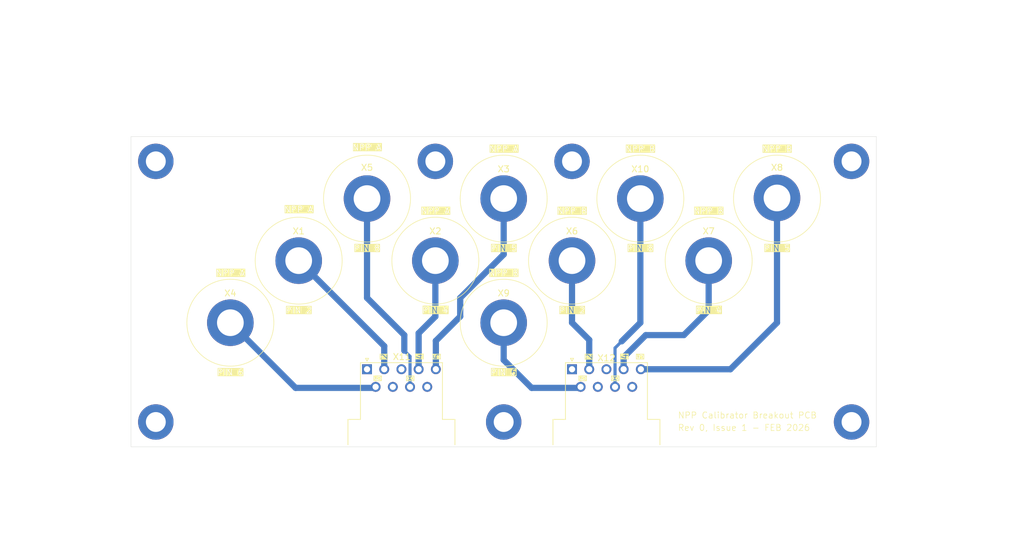
<source format=kicad_pcb>
(kicad_pcb (version 20240108) (generator "pcbnew") (generator_version "8.0")
  (layers (0 "F.Cu" signal) (31 "B.Cu" signal) (34 "B.Paste" user) (35 "F.Paste" user) (36 "B.SilkS" user "B.Silkscreen") (37 "F.SilkS" user "F.Silkscreen") (38 "B.Mask" user) (39 "F.Mask" user) (44 "Edge.Cuts" user))
  (net 0 "")
  (net 1 "/A5")
  (net 2 "/A4")
  (net 3 "/A8")
  (net 4 "/A2")
  (net 5 "/A6")
  (net 6 "/B5")
  (net 7 "/B4")
  (net 8 "/B8")
  (net 9 "/B2")
  (net 10 "/B6")
  (footprint "MountingHole:MountingHole_3.2mm_M3_ISO7380_Pad" (layer "F.Cu") (at 100 116)
    (property "Reference" "H5" (hide yes))
    (property "Value" "M3")
    (pad "1" thru_hole circle (at 0 0) (size 5.7 5.7) (drill 3.2) (layers "*.Cu" "*.Mask" "In1.Cu" "In2.Cu" "In3.Cu" "In4.Cu" "In5.Cu" "In6.Cu" "In7.Cu" "In8.Cu" "In9.Cu" "In10.Cu" "In11.Cu" "In12.Cu" "In13.Cu" "In14.Cu" "In15.Cu" "In16.Cu" "In17.Cu" "In18.Cu" "In19.Cu" "In20.Cu" "In21.Cu" "In22.Cu" "In23.Cu" "In24.Cu" "In25.Cu" "In26.Cu" "In27.Cu" "In28.Cu" "In29.Cu" "In30.Cu"))
  )
  (footprint "MountingHole:MountingHole_3.2mm_M3_ISO7380_Pad" (layer "F.Cu") (at 44 116)
    (property "Reference" "H3" (hide yes))
    (property "Value" "M3")
    (pad "1" thru_hole circle (at 0 0) (size 5.7 5.7) (drill 3.2) (layers "*.Cu" "*.Mask" "In1.Cu" "In2.Cu" "In3.Cu" "In4.Cu" "In5.Cu" "In6.Cu" "In7.Cu" "In8.Cu" "In9.Cu" "In10.Cu" "In11.Cu" "In12.Cu" "In13.Cu" "In14.Cu" "In15.Cu" "In16.Cu" "In17.Cu" "In18.Cu" "In19.Cu" "In20.Cu" "In21.Cu" "In22.Cu" "In23.Cu" "In24.Cu" "In25.Cu" "In26.Cu" "In27.Cu" "In28.Cu" "In29.Cu" "In30.Cu"))
  )
  (footprint "MountingHole:MountingHole_3.2mm_M3_ISO7380_Pad" (layer "F.Cu") (at 89 74)
    (property "Reference" "H6" (hide yes))
    (property "Value" "M3")
    (pad "1" thru_hole circle (at 0 0) (size 5.7 5.7) (drill 3.2) (layers "*.Cu" "*.Mask" "In1.Cu" "In2.Cu" "In3.Cu" "In4.Cu" "In5.Cu" "In6.Cu" "In7.Cu" "In8.Cu" "In9.Cu" "In10.Cu" "In11.Cu" "In12.Cu" "In13.Cu" "In14.Cu" "In15.Cu" "In16.Cu" "In17.Cu" "In18.Cu" "In19.Cu" "In20.Cu" "In21.Cu" "In22.Cu" "In23.Cu" "In24.Cu" "In25.Cu" "In26.Cu" "In27.Cu" "In28.Cu" "In29.Cu" "In30.Cu"))
  )
  (footprint "MountingHole:MountingHole_4.3mm_M4_DIN965_Pad" (layer "F.Cu") (at 122 80)
    (property "Reference" "X10" (at 0 -4.75 0) (layer "F.SilkS"))
    (property "Value" "930103104")
    (pad "1" thru_hole circle (at 0 0) (size 7.5 7.5) (drill 4.3) (layers "*.Cu" "*.Mask" "In1.Cu" "In2.Cu" "In3.Cu" "In4.Cu" "In5.Cu" "In6.Cu" "In7.Cu" "In8.Cu" "In9.Cu" "In10.Cu" "In11.Cu" "In12.Cu" "In13.Cu" "In14.Cu" "In15.Cu" "In16.Cu" "In17.Cu" "In18.Cu" "In19.Cu" "In20.Cu" "In21.Cu" "In22.Cu" "In23.Cu" "In24.Cu" "In25.Cu" "In26.Cu" "In27.Cu" "In28.Cu" "In29.Cu" "In30.Cu") (net 8 "/B8"))
  )
  (footprint "Connector_Dsub:DSUB-9_Male_Horizontal_P2.77x2.84mm_EdgePinOffset9.40mm" (layer "F.Cu") (at 111 107.5)
    (property "Reference" "X12" (at 5.54 -1.8 0) (layer "F.SilkS"))
    (property "Value" "528-3654")
    (fp_line (start -3.07 8.08) (end -1.06 8.08) (stroke (width 0.12)) (layer "F.SilkS"))
    (fp_line (start -3.07 12.18) (end -3.07 8.08) (stroke (width 0.12)) (layer "F.SilkS"))
    (fp_line (start -1.06 -1.06) (end 12.14 -1.06) (stroke (width 0.12)) (layer "F.SilkS"))
    (fp_line (start -1.06 8.08) (end -1.06 -1.06) (stroke (width 0.12)) (layer "F.SilkS"))
    (fp_line (start -0.25 -1.754338) (end 0.25 -1.754338) (stroke (width 0.12)) (layer "F.SilkS"))
    (fp_line (start 0 -1.321325) (end -0.25 -1.754338) (stroke (width 0.12)) (layer "F.SilkS"))
    (fp_line (start 0.25 -1.754338) (end 0 -1.321325) (stroke (width 0.12)) (layer "F.SilkS"))
    (fp_line (start 12.14 -1.06) (end 12.14 8.08) (stroke (width 0.12)) (layer "F.SilkS"))
    (fp_line (start 12.14 8.08) (end 14.15 8.08) (stroke (width 0.12)) (layer "F.SilkS"))
    (fp_line (start 14.15 8.08) (end 14.15 12.18) (stroke (width 0.12)) (layer "F.SilkS"))
    (pad "1" thru_hole rect (at 0 0) (size 1.6 1.6) (drill 1) (layers "*.Cu" "*.Mask" "In1.Cu" "In2.Cu" "In3.Cu" "In4.Cu" "In5.Cu" "In6.Cu" "In7.Cu" "In8.Cu" "In9.Cu" "In10.Cu" "In11.Cu" "In12.Cu" "In13.Cu" "In14.Cu" "In15.Cu" "In16.Cu" "In17.Cu" "In18.Cu" "In19.Cu" "In20.Cu" "In21.Cu" "In22.Cu" "In23.Cu" "In24.Cu" "In25.Cu" "In26.Cu" "In27.Cu" "In28.Cu" "In29.Cu" "In30.Cu"))
    (pad "2" thru_hole circle (at 2.77 0) (size 1.6 1.6) (drill 1) (layers "*.Cu" "*.Mask" "In1.Cu" "In2.Cu" "In3.Cu" "In4.Cu" "In5.Cu" "In6.Cu" "In7.Cu" "In8.Cu" "In9.Cu" "In10.Cu" "In11.Cu" "In12.Cu" "In13.Cu" "In14.Cu" "In15.Cu" "In16.Cu" "In17.Cu" "In18.Cu" "In19.Cu" "In20.Cu" "In21.Cu" "In22.Cu" "In23.Cu" "In24.Cu" "In25.Cu" "In26.Cu" "In27.Cu" "In28.Cu" "In29.Cu" "In30.Cu") (net 9 "/B2"))
    (pad "3" thru_hole circle (at 5.54 0) (size 1.6 1.6) (drill 1) (layers "*.Cu" "*.Mask" "In1.Cu" "In2.Cu" "In3.Cu" "In4.Cu" "In5.Cu" "In6.Cu" "In7.Cu" "In8.Cu" "In9.Cu" "In10.Cu" "In11.Cu" "In12.Cu" "In13.Cu" "In14.Cu" "In15.Cu" "In16.Cu" "In17.Cu" "In18.Cu" "In19.Cu" "In20.Cu" "In21.Cu" "In22.Cu" "In23.Cu" "In24.Cu" "In25.Cu" "In26.Cu" "In27.Cu" "In28.Cu" "In29.Cu" "In30.Cu"))
    (pad "4" thru_hole circle (at 8.31 0) (size 1.6 1.6) (drill 1) (layers "*.Cu" "*.Mask" "In1.Cu" "In2.Cu" "In3.Cu" "In4.Cu" "In5.Cu" "In6.Cu" "In7.Cu" "In8.Cu" "In9.Cu" "In10.Cu" "In11.Cu" "In12.Cu" "In13.Cu" "In14.Cu" "In15.Cu" "In16.Cu" "In17.Cu" "In18.Cu" "In19.Cu" "In20.Cu" "In21.Cu" "In22.Cu" "In23.Cu" "In24.Cu" "In25.Cu" "In26.Cu" "In27.Cu" "In28.Cu" "In29.Cu" "In30.Cu") (net 7 "/B4"))
    (pad "5" thru_hole circle (at 11.08 0) (size 1.6 1.6) (drill 1) (layers "*.Cu" "*.Mask" "In1.Cu" "In2.Cu" "In3.Cu" "In4.Cu" "In5.Cu" "In6.Cu" "In7.Cu" "In8.Cu" "In9.Cu" "In10.Cu" "In11.Cu" "In12.Cu" "In13.Cu" "In14.Cu" "In15.Cu" "In16.Cu" "In17.Cu" "In18.Cu" "In19.Cu" "In20.Cu" "In21.Cu" "In22.Cu" "In23.Cu" "In24.Cu" "In25.Cu" "In26.Cu" "In27.Cu" "In28.Cu" "In29.Cu" "In30.Cu") (net 6 "/B5"))
    (pad "6" thru_hole circle (at 1.385 2.84) (size 1.6 1.6) (drill 1) (layers "*.Cu" "*.Mask" "In1.Cu" "In2.Cu" "In3.Cu" "In4.Cu" "In5.Cu" "In6.Cu" "In7.Cu" "In8.Cu" "In9.Cu" "In10.Cu" "In11.Cu" "In12.Cu" "In13.Cu" "In14.Cu" "In15.Cu" "In16.Cu" "In17.Cu" "In18.Cu" "In19.Cu" "In20.Cu" "In21.Cu" "In22.Cu" "In23.Cu" "In24.Cu" "In25.Cu" "In26.Cu" "In27.Cu" "In28.Cu" "In29.Cu" "In30.Cu") (net 10 "/B6"))
    (pad "7" thru_hole circle (at 4.155 2.84) (size 1.6 1.6) (drill 1) (layers "*.Cu" "*.Mask" "In1.Cu" "In2.Cu" "In3.Cu" "In4.Cu" "In5.Cu" "In6.Cu" "In7.Cu" "In8.Cu" "In9.Cu" "In10.Cu" "In11.Cu" "In12.Cu" "In13.Cu" "In14.Cu" "In15.Cu" "In16.Cu" "In17.Cu" "In18.Cu" "In19.Cu" "In20.Cu" "In21.Cu" "In22.Cu" "In23.Cu" "In24.Cu" "In25.Cu" "In26.Cu" "In27.Cu" "In28.Cu" "In29.Cu" "In30.Cu"))
    (pad "8" thru_hole circle (at 6.925 2.84) (size 1.6 1.6) (drill 1) (layers "*.Cu" "*.Mask" "In1.Cu" "In2.Cu" "In3.Cu" "In4.Cu" "In5.Cu" "In6.Cu" "In7.Cu" "In8.Cu" "In9.Cu" "In10.Cu" "In11.Cu" "In12.Cu" "In13.Cu" "In14.Cu" "In15.Cu" "In16.Cu" "In17.Cu" "In18.Cu" "In19.Cu" "In20.Cu" "In21.Cu" "In22.Cu" "In23.Cu" "In24.Cu" "In25.Cu" "In26.Cu" "In27.Cu" "In28.Cu" "In29.Cu" "In30.Cu") (net 8 "/B8"))
    (pad "9" thru_hole circle (at 9.695 2.84) (size 1.6 1.6) (drill 1) (layers "*.Cu" "*.Mask" "In1.Cu" "In2.Cu" "In3.Cu" "In4.Cu" "In5.Cu" "In6.Cu" "In7.Cu" "In8.Cu" "In9.Cu" "In10.Cu" "In11.Cu" "In12.Cu" "In13.Cu" "In14.Cu" "In15.Cu" "In16.Cu" "In17.Cu" "In18.Cu" "In19.Cu" "In20.Cu" "In21.Cu" "In22.Cu" "In23.Cu" "In24.Cu" "In25.Cu" "In26.Cu" "In27.Cu" "In28.Cu" "In29.Cu" "In30.Cu"))
  )
  (footprint "MountingHole:MountingHole_4.3mm_M4_DIN965_Pad" (layer "F.Cu") (at 67 90)
    (property "Reference" "X1" (at 0 -4.75 0) (layer "F.SilkS"))
    (property "Value" "930103100")
    (pad "1" thru_hole circle (at 0 0) (size 7.5 7.5) (drill 4.3) (layers "*.Cu" "*.Mask" "In1.Cu" "In2.Cu" "In3.Cu" "In4.Cu" "In5.Cu" "In6.Cu" "In7.Cu" "In8.Cu" "In9.Cu" "In10.Cu" "In11.Cu" "In12.Cu" "In13.Cu" "In14.Cu" "In15.Cu" "In16.Cu" "In17.Cu" "In18.Cu" "In19.Cu" "In20.Cu" "In21.Cu" "In22.Cu" "In23.Cu" "In24.Cu" "In25.Cu" "In26.Cu" "In27.Cu" "In28.Cu" "In29.Cu" "In30.Cu") (net 4 "/A2"))
  )
  (footprint "MountingHole:MountingHole_3.2mm_M3_ISO7380_Pad" (layer "F.Cu") (at 156 74)
    (property "Reference" "H1" (hide yes))
    (property "Value" "M3")
    (pad "1" thru_hole circle (at 0 0) (size 5.7 5.7) (drill 3.2) (layers "*.Cu" "*.Mask" "In1.Cu" "In2.Cu" "In3.Cu" "In4.Cu" "In5.Cu" "In6.Cu" "In7.Cu" "In8.Cu" "In9.Cu" "In10.Cu" "In11.Cu" "In12.Cu" "In13.Cu" "In14.Cu" "In15.Cu" "In16.Cu" "In17.Cu" "In18.Cu" "In19.Cu" "In20.Cu" "In21.Cu" "In22.Cu" "In23.Cu" "In24.Cu" "In25.Cu" "In26.Cu" "In27.Cu" "In28.Cu" "In29.Cu" "In30.Cu"))
  )
  (footprint "MountingHole:MountingHole_3.2mm_M3_ISO7380_Pad" (layer "F.Cu") (at 44 74)
    (property "Reference" "H4" (hide yes))
    (property "Value" "M3")
    (pad "1" thru_hole circle (at 0 0) (size 5.7 5.7) (drill 3.2) (layers "*.Cu" "*.Mask" "In1.Cu" "In2.Cu" "In3.Cu" "In4.Cu" "In5.Cu" "In6.Cu" "In7.Cu" "In8.Cu" "In9.Cu" "In10.Cu" "In11.Cu" "In12.Cu" "In13.Cu" "In14.Cu" "In15.Cu" "In16.Cu" "In17.Cu" "In18.Cu" "In19.Cu" "In20.Cu" "In21.Cu" "In22.Cu" "In23.Cu" "In24.Cu" "In25.Cu" "In26.Cu" "In27.Cu" "In28.Cu" "In29.Cu" "In30.Cu"))
  )
  (footprint "MountingHole:MountingHole_4.3mm_M4_DIN965_Pad" (layer "F.Cu") (at 100 100)
    (property "Reference" "X9" (at 0 -4.75 0) (layer "F.SilkS"))
    (property "Value" "930103103")
    (pad "1" thru_hole circle (at 0 0) (size 7.5 7.5) (drill 4.3) (layers "*.Cu" "*.Mask" "In1.Cu" "In2.Cu" "In3.Cu" "In4.Cu" "In5.Cu" "In6.Cu" "In7.Cu" "In8.Cu" "In9.Cu" "In10.Cu" "In11.Cu" "In12.Cu" "In13.Cu" "In14.Cu" "In15.Cu" "In16.Cu" "In17.Cu" "In18.Cu" "In19.Cu" "In20.Cu" "In21.Cu" "In22.Cu" "In23.Cu" "In24.Cu" "In25.Cu" "In26.Cu" "In27.Cu" "In28.Cu" "In29.Cu" "In30.Cu") (net 10 "/B6"))
  )
  (footprint "MountingHole:MountingHole_4.3mm_M4_DIN965_Pad" (layer "F.Cu") (at 89 90)
    (property "Reference" "X2" (at 0 -4.75 0) (layer "F.SilkS"))
    (property "Value" "930103101")
    (pad "1" thru_hole circle (at 0 0) (size 7.5 7.5) (drill 4.3) (layers "*.Cu" "*.Mask" "In1.Cu" "In2.Cu" "In3.Cu" "In4.Cu" "In5.Cu" "In6.Cu" "In7.Cu" "In8.Cu" "In9.Cu" "In10.Cu" "In11.Cu" "In12.Cu" "In13.Cu" "In14.Cu" "In15.Cu" "In16.Cu" "In17.Cu" "In18.Cu" "In19.Cu" "In20.Cu" "In21.Cu" "In22.Cu" "In23.Cu" "In24.Cu" "In25.Cu" "In26.Cu" "In27.Cu" "In28.Cu" "In29.Cu" "In30.Cu") (net 2 "/A4"))
  )
  (footprint "MountingHole:MountingHole_4.3mm_M4_DIN965_Pad" (layer "F.Cu") (at 133 90)
    (property "Reference" "X7" (at 0 -4.75 0) (layer "F.SilkS"))
    (property "Value" "930103101")
    (pad "1" thru_hole circle (at 0 0) (size 7.5 7.5) (drill 4.3) (layers "*.Cu" "*.Mask" "In1.Cu" "In2.Cu" "In3.Cu" "In4.Cu" "In5.Cu" "In6.Cu" "In7.Cu" "In8.Cu" "In9.Cu" "In10.Cu" "In11.Cu" "In12.Cu" "In13.Cu" "In14.Cu" "In15.Cu" "In16.Cu" "In17.Cu" "In18.Cu" "In19.Cu" "In20.Cu" "In21.Cu" "In22.Cu" "In23.Cu" "In24.Cu" "In25.Cu" "In26.Cu" "In27.Cu" "In28.Cu" "In29.Cu" "In30.Cu") (net 7 "/B4"))
  )
  (footprint "MountingHole:MountingHole_4.3mm_M4_DIN965_Pad" (layer "F.Cu") (at 56 100)
    (property "Reference" "X4" (at 0 -4.75 0) (layer "F.SilkS"))
    (property "Value" "930103103")
    (pad "1" thru_hole circle (at 0 0) (size 7.5 7.5) (drill 4.3) (layers "*.Cu" "*.Mask" "In1.Cu" "In2.Cu" "In3.Cu" "In4.Cu" "In5.Cu" "In6.Cu" "In7.Cu" "In8.Cu" "In9.Cu" "In10.Cu" "In11.Cu" "In12.Cu" "In13.Cu" "In14.Cu" "In15.Cu" "In16.Cu" "In17.Cu" "In18.Cu" "In19.Cu" "In20.Cu" "In21.Cu" "In22.Cu" "In23.Cu" "In24.Cu" "In25.Cu" "In26.Cu" "In27.Cu" "In28.Cu" "In29.Cu" "In30.Cu") (net 5 "/A6"))
  )
  (footprint "MountingHole:MountingHole_4.3mm_M4_DIN965_Pad" (layer "F.Cu") (at 111 90)
    (property "Reference" "X6" (at 0 -4.75 0) (layer "F.SilkS"))
    (property "Value" "930103100")
    (pad "1" thru_hole circle (at 0 0) (size 7.5 7.5) (drill 4.3) (layers "*.Cu" "*.Mask" "In1.Cu" "In2.Cu" "In3.Cu" "In4.Cu" "In5.Cu" "In6.Cu" "In7.Cu" "In8.Cu" "In9.Cu" "In10.Cu" "In11.Cu" "In12.Cu" "In13.Cu" "In14.Cu" "In15.Cu" "In16.Cu" "In17.Cu" "In18.Cu" "In19.Cu" "In20.Cu" "In21.Cu" "In22.Cu" "In23.Cu" "In24.Cu" "In25.Cu" "In26.Cu" "In27.Cu" "In28.Cu" "In29.Cu" "In30.Cu") (net 9 "/B2"))
  )
  (footprint "MountingHole:MountingHole_4.3mm_M4_DIN965_Pad" (layer "F.Cu") (at 78 80)
    (property "Reference" "X5" (at 0 -5 0) (layer "F.SilkS"))
    (property "Value" "930103104")
    (pad "1" thru_hole circle (at 0 0) (size 7.5 7.5) (drill 4.3) (layers "*.Cu" "*.Mask" "In1.Cu" "In2.Cu" "In3.Cu" "In4.Cu" "In5.Cu" "In6.Cu" "In7.Cu" "In8.Cu" "In9.Cu" "In10.Cu" "In11.Cu" "In12.Cu" "In13.Cu" "In14.Cu" "In15.Cu" "In16.Cu" "In17.Cu" "In18.Cu" "In19.Cu" "In20.Cu" "In21.Cu" "In22.Cu" "In23.Cu" "In24.Cu" "In25.Cu" "In26.Cu" "In27.Cu" "In28.Cu" "In29.Cu" "In30.Cu") (net 3 "/A8"))
  )
  (footprint "MountingHole:MountingHole_4.3mm_M4_DIN965_Pad" (layer "F.Cu") (at 144 79.9)
    (property "Reference" "X8" (at 0 -4.9 0) (layer "F.SilkS"))
    (property "Value" "930103102")
    (pad "1" thru_hole circle (at 0 0) (size 7.5 7.5) (drill 4.3) (layers "*.Cu" "*.Mask" "In1.Cu" "In2.Cu" "In3.Cu" "In4.Cu" "In5.Cu" "In6.Cu" "In7.Cu" "In8.Cu" "In9.Cu" "In10.Cu" "In11.Cu" "In12.Cu" "In13.Cu" "In14.Cu" "In15.Cu" "In16.Cu" "In17.Cu" "In18.Cu" "In19.Cu" "In20.Cu" "In21.Cu" "In22.Cu" "In23.Cu" "In24.Cu" "In25.Cu" "In26.Cu" "In27.Cu" "In28.Cu" "In29.Cu" "In30.Cu") (net 6 "/B5"))
  )
  (footprint "MountingHole:MountingHole_3.2mm_M3_ISO7380_Pad" (layer "F.Cu") (at 111 74)
    (property "Reference" "H7" (hide yes))
    (property "Value" "M3")
    (pad "1" thru_hole circle (at 0 0) (size 5.7 5.7) (drill 3.2) (layers "*.Cu" "*.Mask" "In1.Cu" "In2.Cu" "In3.Cu" "In4.Cu" "In5.Cu" "In6.Cu" "In7.Cu" "In8.Cu" "In9.Cu" "In10.Cu" "In11.Cu" "In12.Cu" "In13.Cu" "In14.Cu" "In15.Cu" "In16.Cu" "In17.Cu" "In18.Cu" "In19.Cu" "In20.Cu" "In21.Cu" "In22.Cu" "In23.Cu" "In24.Cu" "In25.Cu" "In26.Cu" "In27.Cu" "In28.Cu" "In29.Cu" "In30.Cu"))
  )
  (footprint "Connector_Dsub:DSUB-9_Male_Horizontal_P2.77x2.84mm_EdgePinOffset9.40mm" (layer "F.Cu") (at 78 107.5)
    (property "Reference" "X11" (at 5.6 -2 0) (layer "F.SilkS"))
    (property "Value" "528-3654")
    (fp_line (start -3.07 8.08) (end -1.06 8.08) (stroke (width 0.12)) (layer "F.SilkS"))
    (fp_line (start -3.07 12.18) (end -3.07 8.08) (stroke (width 0.12)) (layer "F.SilkS"))
    (fp_line (start -1.06 -1.06) (end 12.14 -1.06) (stroke (width 0.12)) (layer "F.SilkS"))
    (fp_line (start -1.06 8.08) (end -1.06 -1.06) (stroke (width 0.12)) (layer "F.SilkS"))
    (fp_line (start -0.25 -1.754338) (end 0.25 -1.754338) (stroke (width 0.12)) (layer "F.SilkS"))
    (fp_line (start 0 -1.321325) (end -0.25 -1.754338) (stroke (width 0.12)) (layer "F.SilkS"))
    (fp_line (start 0.25 -1.754338) (end 0 -1.321325) (stroke (width 0.12)) (layer "F.SilkS"))
    (fp_line (start 12.14 -1.06) (end 12.14 8.08) (stroke (width 0.12)) (layer "F.SilkS"))
    (fp_line (start 12.14 8.08) (end 14.15 8.08) (stroke (width 0.12)) (layer "F.SilkS"))
    (fp_line (start 14.15 8.08) (end 14.15 12.18) (stroke (width 0.12)) (layer "F.SilkS"))
    (pad "1" thru_hole rect (at 0 0) (size 1.6 1.6) (drill 1) (layers "*.Cu" "*.Mask" "In1.Cu" "In2.Cu" "In3.Cu" "In4.Cu" "In5.Cu" "In6.Cu" "In7.Cu" "In8.Cu" "In9.Cu" "In10.Cu" "In11.Cu" "In12.Cu" "In13.Cu" "In14.Cu" "In15.Cu" "In16.Cu" "In17.Cu" "In18.Cu" "In19.Cu" "In20.Cu" "In21.Cu" "In22.Cu" "In23.Cu" "In24.Cu" "In25.Cu" "In26.Cu" "In27.Cu" "In28.Cu" "In29.Cu" "In30.Cu"))
    (pad "2" thru_hole circle (at 2.77 0) (size 1.6 1.6) (drill 1) (layers "*.Cu" "*.Mask" "In1.Cu" "In2.Cu" "In3.Cu" "In4.Cu" "In5.Cu" "In6.Cu" "In7.Cu" "In8.Cu" "In9.Cu" "In10.Cu" "In11.Cu" "In12.Cu" "In13.Cu" "In14.Cu" "In15.Cu" "In16.Cu" "In17.Cu" "In18.Cu" "In19.Cu" "In20.Cu" "In21.Cu" "In22.Cu" "In23.Cu" "In24.Cu" "In25.Cu" "In26.Cu" "In27.Cu" "In28.Cu" "In29.Cu" "In30.Cu") (net 4 "/A2"))
    (pad "3" thru_hole circle (at 5.54 0) (size 1.6 1.6) (drill 1) (layers "*.Cu" "*.Mask" "In1.Cu" "In2.Cu" "In3.Cu" "In4.Cu" "In5.Cu" "In6.Cu" "In7.Cu" "In8.Cu" "In9.Cu" "In10.Cu" "In11.Cu" "In12.Cu" "In13.Cu" "In14.Cu" "In15.Cu" "In16.Cu" "In17.Cu" "In18.Cu" "In19.Cu" "In20.Cu" "In21.Cu" "In22.Cu" "In23.Cu" "In24.Cu" "In25.Cu" "In26.Cu" "In27.Cu" "In28.Cu" "In29.Cu" "In30.Cu"))
    (pad "4" thru_hole circle (at 8.31 0) (size 1.6 1.6) (drill 1) (layers "*.Cu" "*.Mask" "In1.Cu" "In2.Cu" "In3.Cu" "In4.Cu" "In5.Cu" "In6.Cu" "In7.Cu" "In8.Cu" "In9.Cu" "In10.Cu" "In11.Cu" "In12.Cu" "In13.Cu" "In14.Cu" "In15.Cu" "In16.Cu" "In17.Cu" "In18.Cu" "In19.Cu" "In20.Cu" "In21.Cu" "In22.Cu" "In23.Cu" "In24.Cu" "In25.Cu" "In26.Cu" "In27.Cu" "In28.Cu" "In29.Cu" "In30.Cu") (net 2 "/A4"))
    (pad "5" thru_hole circle (at 11.08 0) (size 1.6 1.6) (drill 1) (layers "*.Cu" "*.Mask" "In1.Cu" "In2.Cu" "In3.Cu" "In4.Cu" "In5.Cu" "In6.Cu" "In7.Cu" "In8.Cu" "In9.Cu" "In10.Cu" "In11.Cu" "In12.Cu" "In13.Cu" "In14.Cu" "In15.Cu" "In16.Cu" "In17.Cu" "In18.Cu" "In19.Cu" "In20.Cu" "In21.Cu" "In22.Cu" "In23.Cu" "In24.Cu" "In25.Cu" "In26.Cu" "In27.Cu" "In28.Cu" "In29.Cu" "In30.Cu") (net 1 "/A5"))
    (pad "6" thru_hole circle (at 1.385 2.84) (size 1.6 1.6) (drill 1) (layers "*.Cu" "*.Mask" "In1.Cu" "In2.Cu" "In3.Cu" "In4.Cu" "In5.Cu" "In6.Cu" "In7.Cu" "In8.Cu" "In9.Cu" "In10.Cu" "In11.Cu" "In12.Cu" "In13.Cu" "In14.Cu" "In15.Cu" "In16.Cu" "In17.Cu" "In18.Cu" "In19.Cu" "In20.Cu" "In21.Cu" "In22.Cu" "In23.Cu" "In24.Cu" "In25.Cu" "In26.Cu" "In27.Cu" "In28.Cu" "In29.Cu" "In30.Cu") (net 5 "/A6"))
    (pad "7" thru_hole circle (at 4.155 2.84) (size 1.6 1.6) (drill 1) (layers "*.Cu" "*.Mask" "In1.Cu" "In2.Cu" "In3.Cu" "In4.Cu" "In5.Cu" "In6.Cu" "In7.Cu" "In8.Cu" "In9.Cu" "In10.Cu" "In11.Cu" "In12.Cu" "In13.Cu" "In14.Cu" "In15.Cu" "In16.Cu" "In17.Cu" "In18.Cu" "In19.Cu" "In20.Cu" "In21.Cu" "In22.Cu" "In23.Cu" "In24.Cu" "In25.Cu" "In26.Cu" "In27.Cu" "In28.Cu" "In29.Cu" "In30.Cu"))
    (pad "8" thru_hole circle (at 6.925 2.84) (size 1.6 1.6) (drill 1) (layers "*.Cu" "*.Mask" "In1.Cu" "In2.Cu" "In3.Cu" "In4.Cu" "In5.Cu" "In6.Cu" "In7.Cu" "In8.Cu" "In9.Cu" "In10.Cu" "In11.Cu" "In12.Cu" "In13.Cu" "In14.Cu" "In15.Cu" "In16.Cu" "In17.Cu" "In18.Cu" "In19.Cu" "In20.Cu" "In21.Cu" "In22.Cu" "In23.Cu" "In24.Cu" "In25.Cu" "In26.Cu" "In27.Cu" "In28.Cu" "In29.Cu" "In30.Cu") (net 3 "/A8"))
    (pad "9" thru_hole circle (at 9.695 2.84) (size 1.6 1.6) (drill 1) (layers "*.Cu" "*.Mask" "In1.Cu" "In2.Cu" "In3.Cu" "In4.Cu" "In5.Cu" "In6.Cu" "In7.Cu" "In8.Cu" "In9.Cu" "In10.Cu" "In11.Cu" "In12.Cu" "In13.Cu" "In14.Cu" "In15.Cu" "In16.Cu" "In17.Cu" "In18.Cu" "In19.Cu" "In20.Cu" "In21.Cu" "In22.Cu" "In23.Cu" "In24.Cu" "In25.Cu" "In26.Cu" "In27.Cu" "In28.Cu" "In29.Cu" "In30.Cu"))
  )
  (footprint "MountingHole:MountingHole_4.3mm_M4_DIN965_Pad" (layer "F.Cu") (at 100 80)
    (property "Reference" "X3" (at 0 -4.75 0) (layer "F.SilkS"))
    (property "Value" "930103102")
    (pad "1" thru_hole circle (at 0 0) (size 7.5 7.5) (drill 4.3) (layers "*.Cu" "*.Mask" "In1.Cu" "In2.Cu" "In3.Cu" "In4.Cu" "In5.Cu" "In6.Cu" "In7.Cu" "In8.Cu" "In9.Cu" "In10.Cu" "In11.Cu" "In12.Cu" "In13.Cu" "In14.Cu" "In15.Cu" "In16.Cu" "In17.Cu" "In18.Cu" "In19.Cu" "In20.Cu" "In21.Cu" "In22.Cu" "In23.Cu" "In24.Cu" "In25.Cu" "In26.Cu" "In27.Cu" "In28.Cu" "In29.Cu" "In30.Cu") (net 1 "/A5"))
  )
  (footprint "MountingHole:MountingHole_3.2mm_M3_ISO7380_Pad" (layer "F.Cu") (at 156 116)
    (property "Reference" "H2" (hide yes))
    (property "Value" "M3")
    (pad "1" thru_hole circle (at 0 0) (size 5.7 5.7) (drill 3.2) (layers "*.Cu" "*.Mask" "In1.Cu" "In2.Cu" "In3.Cu" "In4.Cu" "In5.Cu" "In6.Cu" "In7.Cu" "In8.Cu" "In9.Cu" "In10.Cu" "In11.Cu" "In12.Cu" "In13.Cu" "In14.Cu" "In15.Cu" "In16.Cu" "In17.Cu" "In18.Cu" "In19.Cu" "In20.Cu" "In21.Cu" "In22.Cu" "In23.Cu" "In24.Cu" "In25.Cu" "In26.Cu" "In27.Cu" "In28.Cu" "In29.Cu" "In30.Cu"))
  )
  (gr_circle (center 133 90) (end 140 90) (stroke (width 0.1)) (fill none) (layer "F.SilkS"))
  (gr_circle (center 56 100) (end 63 100) (stroke (width 0.1)) (fill none) (layer "F.SilkS"))
  (gr_circle (center 122 80) (end 129 80) (stroke (width 0.1)) (fill none) (layer "F.SilkS"))
  (gr_circle (center 100 100) (end 107 100) (stroke (width 0.1)) (fill none) (layer "F.SilkS"))
  (gr_circle (center 67 90) (end 74 90) (stroke (width 0.1)) (fill none) (layer "F.SilkS"))
  (gr_circle (center 78 80) (end 85 80) (stroke (width 0.1)) (fill none) (layer "F.SilkS"))
  (gr_circle (center 100 80) (end 107 80) (stroke (width 0.1)) (fill none) (layer "F.SilkS"))
  (gr_circle (center 111 90) (end 118 90) (stroke (width 0.1)) (fill none) (layer "F.SilkS"))
  (gr_circle (center 89 90) (end 96 90) (stroke (width 0.1)) (fill none) (layer "F.SilkS"))
  (gr_circle (center 144 80) (end 151 80) (stroke (width 0.1)) (fill none) (layer "F.SilkS"))
  (gr_rect (start 40 70) (end 160 120) (stroke (width 0.05)) (fill none) (layer "Edge.Cuts"))
  (gr_text "NPP A" (at 56 92 0) (layer "F.SilkS" knockout) (effects (font (size 1 1) (thickness 0.1))))
  (gr_text "NPP A" (at 100 72 0) (layer "F.SilkS" knockout) (effects (font (size 1 1) (thickness 0.1))))
  (gr_text "6" (at 112.75 109.5 90) (layer "F.SilkS" knockout) (effects (font (size 1 1) (thickness 0.1)) (justify left)))
  (gr_text "4" (at 86.5 106 90) (layer "F.SilkS" knockout) (effects (font (size 1 1) (thickness 0.1)) (justify left)))
  (gr_text "NPP B" (at 133 82 0) (layer "F.SilkS" knockout) (effects (font (size 1 1) (thickness 0.1))))
  (gr_text "NPP Calibrator Breakout PCB" (at 128 115.5 0) (layer "F.SilkS") (effects (font (size 1 1) (thickness 0.1)) (justify left bottom)))
  (gr_text "4" (at 119.5 106 90) (layer "F.SilkS" knockout) (effects (font (size 1 1) (thickness 0.1)) (justify left)))
  (gr_text "2" (at 113.75 106 90) (layer "F.SilkS" knockout) (effects (font (size 1 1) (thickness 0.1)) (justify left)))
  (gr_text "PIN 5" (at 100 88 0) (layer "F.SilkS" knockout) (effects (font (size 1 1) (thickness 0.1))))
  (gr_text "PIN 6" (at 100 108 0) (layer "F.SilkS" knockout) (effects (font (size 1 1) (thickness 0.1))))
  (gr_text "PIN 2" (at 67 98 0) (layer "F.SilkS" knockout) (effects (font (size 1 1) (thickness 0.1))))
  (gr_text "NPP B" (at 122 72 0) (layer "F.SilkS" knockout) (effects (font (size 1 1) (thickness 0.1))))
  (gr_text "NPP B" (at 111 82 0) (layer "F.SilkS" knockout) (effects (font (size 1 1) (thickness 0.1))))
  (gr_text "PIN 4" (at 133 98 0) (layer "F.SilkS" knockout) (effects (font (size 1 1) (thickness 0.1))))
  (gr_text "PIN 8" (at 78 88 0) (layer "F.SilkS" knockout) (effects (font (size 1 1) (thickness 0.1))))
  (gr_text "NPP A" (at 89 82 0) (layer "F.SilkS" knockout) (effects (font (size 1 1) (thickness 0.1))))
  (gr_text "Rev 0, Issue 1 - FEB 2026" (at 128 117.5 0) (layer "F.SilkS") (effects (font (size 1 1) (thickness 0.1)) (justify left bottom)))
  (gr_text "8" (at 85 109.5 90) (layer "F.SilkS" knockout) (effects (font (size 1 1) (thickness 0.1)) (justify left)))
  (gr_text "2" (at 80.75 106 90) (layer "F.SilkS" knockout) (effects (font (size 1 1) (thickness 0.1)) (justify left)))
  (gr_text "8" (at 118 109.5 90) (layer "F.SilkS" knockout) (effects (font (size 1 1) (thickness 0.1)) (justify left)))
  (gr_text "NPP B" (at 144 72 0) (layer "F.SilkS" knockout) (effects (font (size 1 1) (thickness 0.1))))
  (gr_text "NPP B" (at 100 92 0) (layer "F.SilkS" knockout) (effects (font (size 1 1) (thickness 0.1))))
  (gr_text "PIN 6" (at 56 108 0) (layer "F.SilkS" knockout) (effects (font (size 1 1) (thickness 0.1))))
  (gr_text "NPP A" (at 67 81.75 0) (layer "F.SilkS" knockout) (effects (font (size 1 1) (thickness 0.1))))
  (gr_text "PIN 4" (at 89 98 0) (layer "F.SilkS" knockout) (effects (font (size 1 1) (thickness 0.1))))
  (gr_text "5" (at 122 106 90) (layer "F.SilkS" knockout) (effects (font (size 1 1) (thickness 0.1)) (justify left)))
  (gr_text "5" (at 89.25 106 90) (layer "F.SilkS" knockout) (effects (font (size 1 1) (thickness 0.1)) (justify left)))
  (gr_text "PIN 5" (at 144 88 0) (layer "F.SilkS" knockout) (effects (font (size 1 1) (thickness 0.1))))
  (gr_text "PIN 8" (at 122 88 0) (layer "F.SilkS" knockout) (effects (font (size 1 1) (thickness 0.1))))
  (gr_text "PIN 2" (at 111 98 0) (layer "F.SilkS" knockout) (effects (font (size 1 1) (thickness 0.1))))
  (gr_text "NPP A" (at 78 71.75 0) (layer "F.SilkS" knockout) (effects (font (size 1 1) (thickness 0.1))))
  (gr_text "6" (at 79.75 109.5 90) (layer "F.SilkS" knockout) (effects (font (size 1 1) (thickness 0.1)) (justify left)))
  (segment (start 93 99) (end 93 96) (width 1) (layer "B.Cu") (net 1))
  (segment (start 100 89) (end 100 80) (width 1) (layer "B.Cu") (net 1))
  (segment (start 89.08 102.92) (end 93 99) (width 1) (layer "B.Cu") (net 1))
  (segment (start 93 96) (end 100 89) (width 1) (layer "B.Cu") (net 1))
  (segment (start 89.08 107.5) (end 89.08 102.92) (width 1) (layer "B.Cu") (net 1))
  (segment (start 86.31 107.5) (end 86.31 101.69) (width 1) (layer "B.Cu") (net 2))
  (segment (start 89 99) (end 89 90) (width 1) (layer "B.Cu") (net 2))
  (segment (start 86.31 101.69) (end 89 99) (width 1) (layer "B.Cu") (net 2))
  (segment (start 84.925 105.425) (end 84.925 110.34) (width 0.5) (layer "B.Cu") (net 3))
  (segment (start 84 104.5) (end 84 102) (width 1) (layer "B.Cu") (net 3))
  (segment (start 84 104.5) (end 84.925 105.425) (width 0.5) (layer "B.Cu") (net 3))
  (segment (start 84 102) (end 78 96) (width 1) (layer "B.Cu") (net 3))
  (segment (start 78 96) (end 78 80) (width 1) (layer "B.Cu") (net 3))
  (segment (start 80.77 103.77) (end 67 90) (width 1) (layer "B.Cu") (net 4))
  (segment (start 80.77 107.5) (end 80.77 103.77) (width 1) (layer "B.Cu") (net 4))
  (segment (start 66.5 110.5) (end 56 100) (width 1) (layer "B.Cu") (net 5))
  (segment (start 79.385 110.34) (end 79.225 110.5) (width 1) (layer "B.Cu") (net 5))
  (segment (start 79.225 110.5) (end 66.5 110.5) (width 1) (layer "B.Cu") (net 5))
  (segment (start 136.5 107.5) (end 144 100) (width 1) (layer "B.Cu") (net 6))
  (segment (start 122.08 107.5) (end 136.5 107.5) (width 1) (layer "B.Cu") (net 6))
  (segment (start 144 100) (end 144 79.9) (width 1) (layer "B.Cu") (net 6))
  (segment (start 119.31 107.5) (end 119.31 105.565) (width 1) (layer "B.Cu") (net 7))
  (segment (start 129 102) (end 133 98) (width 1) (layer "B.Cu") (net 7))
  (segment (start 133 98) (end 133 90) (width 1) (layer "B.Cu") (net 7))
  (segment (start 122.875 102) (end 129 102) (width 1) (layer "B.Cu") (net 7))
  (segment (start 119.31 105.565) (end 122.875 102) (width 1) (layer "B.Cu") (net 7))
  (segment (start 119 103) (end 122 100) (width 1) (layer "B.Cu") (net 8))
  (segment (start 122 100) (end 122 80) (width 1) (layer "B.Cu") (net 8))
  (segment (start 119 103) (end 117.925 104.075) (width 0.5) (layer "B.Cu") (net 8))
  (segment (start 117.925 104.075) (end 117.925 110.34) (width 0.5) (layer "B.Cu") (net 8))
  (segment (start 113.77 102.77) (end 111 100) (width 1) (layer "B.Cu") (net 9))
  (segment (start 111 100) (end 111 90) (width 1) (layer "B.Cu") (net 9))
  (segment (start 113.77 107.5) (end 113.77 102.77) (width 1) (layer "B.Cu") (net 9))
  (segment (start 112.225 110.5) (end 104.5 110.5) (width 1) (layer "B.Cu") (net 10))
  (segment (start 104.5 110.5) (end 100 106) (width 1) (layer "B.Cu") (net 10))
  (segment (start 112.385 110.34) (end 112.225 110.5) (width 1) (layer "B.Cu") (net 10))
  (segment (start 100 106) (end 100 100) (width 1) (layer "B.Cu") (net 10))
)
</source>
